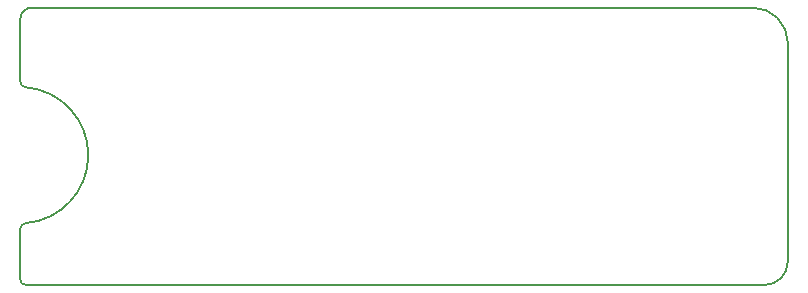
<source format=gbr>
%TF.GenerationSoftware,KiCad,Pcbnew,(6.0.5-0)*%
%TF.CreationDate,2022-12-25T00:01:24-08:00*%
%TF.ProjectId,PCBRulerSmaller,50434252-756c-4657-9253-6d616c6c6572,1.0*%
%TF.SameCoordinates,PX510ff40PY5d75c80*%
%TF.FileFunction,Profile,NP*%
%FSLAX46Y46*%
G04 Gerber Fmt 4.6, Leading zero omitted, Abs format (unit mm)*
G04 Created by KiCad (PCBNEW (6.0.5-0)) date 2022-12-25 00:01:24*
%MOMM*%
%LPD*%
G01*
G04 APERTURE LIST*
%TA.AperFunction,Profile*%
%ADD10C,0.150000*%
%TD*%
G04 APERTURE END LIST*
D10*
X1000000Y0D02*
X62000000Y0D01*
X500000Y-23500000D02*
X63000000Y-23500000D01*
X0Y-1000000D02*
X0Y-6250000D01*
X0Y-6250000D02*
G75*
G03*
X500000Y-6750000I500000J0D01*
G01*
X500000Y-18250000D02*
G75*
G03*
X0Y-18750000I0J-500000D01*
G01*
X0Y-23000000D02*
G75*
G03*
X500000Y-23500000I500000J0D01*
G01*
X65000000Y-3000000D02*
G75*
G03*
X62000000Y0I-3000000J0D01*
G01*
X65000000Y-21500000D02*
X65000000Y-3000000D01*
X63000000Y-23500000D02*
G75*
G03*
X65000000Y-21500000I0J2000000D01*
G01*
X500000Y-18250000D02*
G75*
G03*
X500000Y-6750000I-500966J5750000D01*
G01*
X1000000Y0D02*
G75*
G03*
X0Y-1000000I0J-1000000D01*
G01*
X0Y-23000000D02*
X0Y-18750000D01*
M02*

</source>
